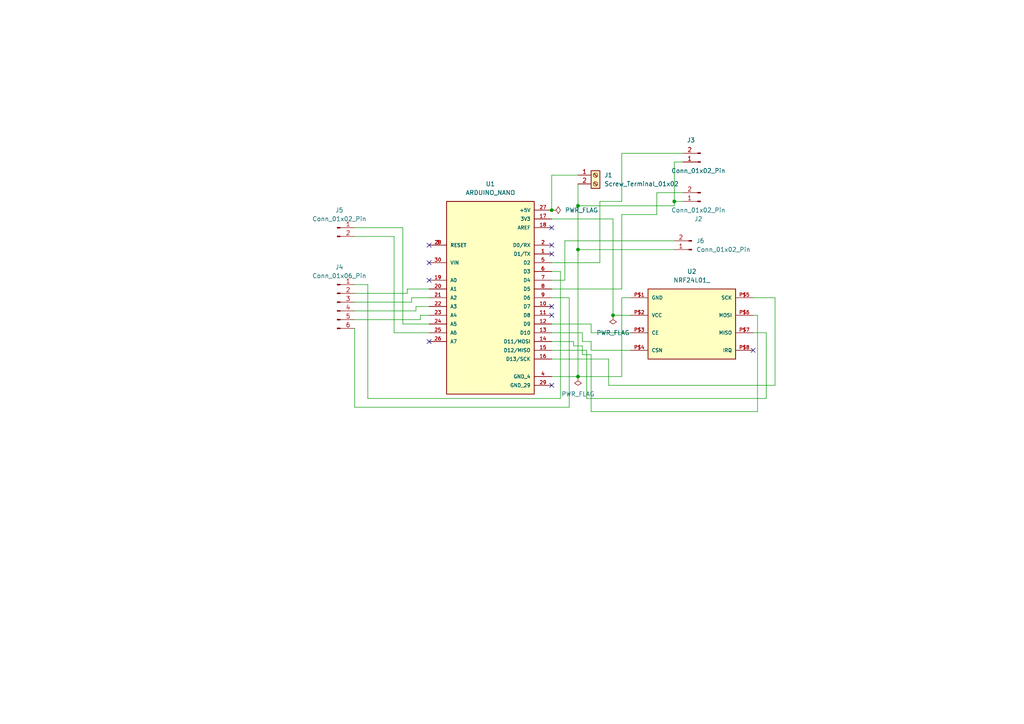
<source format=kicad_sch>
(kicad_sch
	(version 20231120)
	(generator "eeschema")
	(generator_version "8.0")
	(uuid "a05bda35-eaaf-4663-b383-64320f0104a8")
	(paper "A4")
	(lib_symbols
		(symbol "ARDUINO_NANO:ARDUINO_NANO"
			(pin_names
				(offset 1.016)
			)
			(exclude_from_sim no)
			(in_bom yes)
			(on_board yes)
			(property "Reference" "U"
				(at -12.7 28.448 0)
				(effects
					(font
						(size 1.27 1.27)
					)
					(justify left bottom)
				)
			)
			(property "Value" "ARDUINO_NANO"
				(at -12.7 -30.48 0)
				(effects
					(font
						(size 1.27 1.27)
					)
					(justify left bottom)
				)
			)
			(property "Footprint" "ARDUINO_NANO:MODULE_ARDUINO_NANO"
				(at 0 0 0)
				(effects
					(font
						(size 1.27 1.27)
					)
					(justify bottom)
					(hide yes)
				)
			)
			(property "Datasheet" ""
				(at 0 0 0)
				(effects
					(font
						(size 1.27 1.27)
					)
					(hide yes)
				)
			)
			(property "Description" ""
				(at 0 0 0)
				(effects
					(font
						(size 1.27 1.27)
					)
					(hide yes)
				)
			)
			(property "MF" "Arduino"
				(at 0 0 0)
				(effects
					(font
						(size 1.27 1.27)
					)
					(justify bottom)
					(hide yes)
				)
			)
			(property "Description_1" "\n                        \n                            Small, complete, and breadboard-friendly board based on the ATmega328 (Arduino Nano 3.x)\n                        \n"
				(at 0 0 0)
				(effects
					(font
						(size 1.27 1.27)
					)
					(justify bottom)
					(hide yes)
				)
			)
			(property "Package" "Non-Standard Arduino"
				(at 0 0 0)
				(effects
					(font
						(size 1.27 1.27)
					)
					(justify bottom)
					(hide yes)
				)
			)
			(property "Price" "None"
				(at 0 0 0)
				(effects
					(font
						(size 1.27 1.27)
					)
					(justify bottom)
					(hide yes)
				)
			)
			(property "Check_prices" "https://www.snapeda.com/parts/Arduino%20Nano/Arduino/view-part/?ref=eda"
				(at 0 0 0)
				(effects
					(font
						(size 1.27 1.27)
					)
					(justify bottom)
					(hide yes)
				)
			)
			(property "STANDARD" "Manufacturer Recommendations"
				(at 0 0 0)
				(effects
					(font
						(size 1.27 1.27)
					)
					(justify bottom)
					(hide yes)
				)
			)
			(property "PARTREV" "30/06/2021"
				(at 0 0 0)
				(effects
					(font
						(size 1.27 1.27)
					)
					(justify bottom)
					(hide yes)
				)
			)
			(property "SnapEDA_Link" "https://www.snapeda.com/parts/Arduino%20Nano/Arduino/view-part/?ref=snap"
				(at 0 0 0)
				(effects
					(font
						(size 1.27 1.27)
					)
					(justify bottom)
					(hide yes)
				)
			)
			(property "MP" "Arduino Nano"
				(at 0 0 0)
				(effects
					(font
						(size 1.27 1.27)
					)
					(justify bottom)
					(hide yes)
				)
			)
			(property "Availability" "Not in stock"
				(at 0 0 0)
				(effects
					(font
						(size 1.27 1.27)
					)
					(justify bottom)
					(hide yes)
				)
			)
			(property "MANUFACTURER" "ARDUINO"
				(at 0 0 0)
				(effects
					(font
						(size 1.27 1.27)
					)
					(justify bottom)
					(hide yes)
				)
			)
			(symbol "ARDUINO_NANO_0_0"
				(rectangle
					(start -12.7 -27.94)
					(end 12.7 27.94)
					(stroke
						(width 0.254)
						(type default)
					)
					(fill
						(type background)
					)
				)
				(pin bidirectional line
					(at 17.78 12.7 180)
					(length 5.08)
					(name "D1/TX"
						(effects
							(font
								(size 1.016 1.016)
							)
						)
					)
					(number "1"
						(effects
							(font
								(size 1.016 1.016)
							)
						)
					)
				)
				(pin bidirectional line
					(at 17.78 -2.54 180)
					(length 5.08)
					(name "D7"
						(effects
							(font
								(size 1.016 1.016)
							)
						)
					)
					(number "10"
						(effects
							(font
								(size 1.016 1.016)
							)
						)
					)
				)
				(pin bidirectional line
					(at 17.78 -5.08 180)
					(length 5.08)
					(name "D8"
						(effects
							(font
								(size 1.016 1.016)
							)
						)
					)
					(number "11"
						(effects
							(font
								(size 1.016 1.016)
							)
						)
					)
				)
				(pin bidirectional line
					(at 17.78 -7.62 180)
					(length 5.08)
					(name "D9"
						(effects
							(font
								(size 1.016 1.016)
							)
						)
					)
					(number "12"
						(effects
							(font
								(size 1.016 1.016)
							)
						)
					)
				)
				(pin bidirectional line
					(at 17.78 -10.16 180)
					(length 5.08)
					(name "D10"
						(effects
							(font
								(size 1.016 1.016)
							)
						)
					)
					(number "13"
						(effects
							(font
								(size 1.016 1.016)
							)
						)
					)
				)
				(pin bidirectional line
					(at 17.78 -12.7 180)
					(length 5.08)
					(name "D11/MOSI"
						(effects
							(font
								(size 1.016 1.016)
							)
						)
					)
					(number "14"
						(effects
							(font
								(size 1.016 1.016)
							)
						)
					)
				)
				(pin bidirectional line
					(at 17.78 -15.24 180)
					(length 5.08)
					(name "D12/MISO"
						(effects
							(font
								(size 1.016 1.016)
							)
						)
					)
					(number "15"
						(effects
							(font
								(size 1.016 1.016)
							)
						)
					)
				)
				(pin bidirectional line
					(at 17.78 -17.78 180)
					(length 5.08)
					(name "D13/SCK"
						(effects
							(font
								(size 1.016 1.016)
							)
						)
					)
					(number "16"
						(effects
							(font
								(size 1.016 1.016)
							)
						)
					)
				)
				(pin power_in line
					(at 17.78 22.86 180)
					(length 5.08)
					(name "3V3"
						(effects
							(font
								(size 1.016 1.016)
							)
						)
					)
					(number "17"
						(effects
							(font
								(size 1.016 1.016)
							)
						)
					)
				)
				(pin power_in line
					(at 17.78 20.32 180)
					(length 5.08)
					(name "AREF"
						(effects
							(font
								(size 1.016 1.016)
							)
						)
					)
					(number "18"
						(effects
							(font
								(size 1.016 1.016)
							)
						)
					)
				)
				(pin input line
					(at -17.78 5.08 0)
					(length 5.08)
					(name "A0"
						(effects
							(font
								(size 1.016 1.016)
							)
						)
					)
					(number "19"
						(effects
							(font
								(size 1.016 1.016)
							)
						)
					)
				)
				(pin bidirectional line
					(at 17.78 15.24 180)
					(length 5.08)
					(name "D0/RX"
						(effects
							(font
								(size 1.016 1.016)
							)
						)
					)
					(number "2"
						(effects
							(font
								(size 1.016 1.016)
							)
						)
					)
				)
				(pin input line
					(at -17.78 2.54 0)
					(length 5.08)
					(name "A1"
						(effects
							(font
								(size 1.016 1.016)
							)
						)
					)
					(number "20"
						(effects
							(font
								(size 1.016 1.016)
							)
						)
					)
				)
				(pin input line
					(at -17.78 0 0)
					(length 5.08)
					(name "A2"
						(effects
							(font
								(size 1.016 1.016)
							)
						)
					)
					(number "21"
						(effects
							(font
								(size 1.016 1.016)
							)
						)
					)
				)
				(pin input line
					(at -17.78 -2.54 0)
					(length 5.08)
					(name "A3"
						(effects
							(font
								(size 1.016 1.016)
							)
						)
					)
					(number "22"
						(effects
							(font
								(size 1.016 1.016)
							)
						)
					)
				)
				(pin input line
					(at -17.78 -5.08 0)
					(length 5.08)
					(name "A4"
						(effects
							(font
								(size 1.016 1.016)
							)
						)
					)
					(number "23"
						(effects
							(font
								(size 1.016 1.016)
							)
						)
					)
				)
				(pin input line
					(at -17.78 -7.62 0)
					(length 5.08)
					(name "A5"
						(effects
							(font
								(size 1.016 1.016)
							)
						)
					)
					(number "24"
						(effects
							(font
								(size 1.016 1.016)
							)
						)
					)
				)
				(pin input line
					(at -17.78 -10.16 0)
					(length 5.08)
					(name "A6"
						(effects
							(font
								(size 1.016 1.016)
							)
						)
					)
					(number "25"
						(effects
							(font
								(size 1.016 1.016)
							)
						)
					)
				)
				(pin input line
					(at -17.78 -12.7 0)
					(length 5.08)
					(name "A7"
						(effects
							(font
								(size 1.016 1.016)
							)
						)
					)
					(number "26"
						(effects
							(font
								(size 1.016 1.016)
							)
						)
					)
				)
				(pin power_in line
					(at 17.78 25.4 180)
					(length 5.08)
					(name "+5V"
						(effects
							(font
								(size 1.016 1.016)
							)
						)
					)
					(number "27"
						(effects
							(font
								(size 1.016 1.016)
							)
						)
					)
				)
				(pin input line
					(at -17.78 15.24 0)
					(length 5.08)
					(name "RESET"
						(effects
							(font
								(size 1.016 1.016)
							)
						)
					)
					(number "28"
						(effects
							(font
								(size 1.016 1.016)
							)
						)
					)
				)
				(pin power_in line
					(at 17.78 -25.4 180)
					(length 5.08)
					(name "GND_29"
						(effects
							(font
								(size 1.016 1.016)
							)
						)
					)
					(number "29"
						(effects
							(font
								(size 1.016 1.016)
							)
						)
					)
				)
				(pin input line
					(at -17.78 15.24 0)
					(length 5.08)
					(name "RESET"
						(effects
							(font
								(size 1.016 1.016)
							)
						)
					)
					(number "3"
						(effects
							(font
								(size 1.016 1.016)
							)
						)
					)
				)
				(pin input line
					(at -17.78 10.16 0)
					(length 5.08)
					(name "VIN"
						(effects
							(font
								(size 1.016 1.016)
							)
						)
					)
					(number "30"
						(effects
							(font
								(size 1.016 1.016)
							)
						)
					)
				)
				(pin power_in line
					(at 17.78 -22.86 180)
					(length 5.08)
					(name "GND_4"
						(effects
							(font
								(size 1.016 1.016)
							)
						)
					)
					(number "4"
						(effects
							(font
								(size 1.016 1.016)
							)
						)
					)
				)
				(pin bidirectional line
					(at 17.78 10.16 180)
					(length 5.08)
					(name "D2"
						(effects
							(font
								(size 1.016 1.016)
							)
						)
					)
					(number "5"
						(effects
							(font
								(size 1.016 1.016)
							)
						)
					)
				)
				(pin bidirectional line
					(at 17.78 7.62 180)
					(length 5.08)
					(name "D3"
						(effects
							(font
								(size 1.016 1.016)
							)
						)
					)
					(number "6"
						(effects
							(font
								(size 1.016 1.016)
							)
						)
					)
				)
				(pin bidirectional line
					(at 17.78 5.08 180)
					(length 5.08)
					(name "D4"
						(effects
							(font
								(size 1.016 1.016)
							)
						)
					)
					(number "7"
						(effects
							(font
								(size 1.016 1.016)
							)
						)
					)
				)
				(pin bidirectional line
					(at 17.78 2.54 180)
					(length 5.08)
					(name "D5"
						(effects
							(font
								(size 1.016 1.016)
							)
						)
					)
					(number "8"
						(effects
							(font
								(size 1.016 1.016)
							)
						)
					)
				)
				(pin bidirectional line
					(at 17.78 0 180)
					(length 5.08)
					(name "D6"
						(effects
							(font
								(size 1.016 1.016)
							)
						)
					)
					(number "9"
						(effects
							(font
								(size 1.016 1.016)
							)
						)
					)
				)
			)
		)
		(symbol "Connector:Conn_01x02_Pin"
			(pin_names
				(offset 1.016) hide)
			(exclude_from_sim no)
			(in_bom yes)
			(on_board yes)
			(property "Reference" "J"
				(at 0 2.54 0)
				(effects
					(font
						(size 1.27 1.27)
					)
				)
			)
			(property "Value" "Conn_01x02_Pin"
				(at 0 -5.08 0)
				(effects
					(font
						(size 1.27 1.27)
					)
				)
			)
			(property "Footprint" ""
				(at 0 0 0)
				(effects
					(font
						(size 1.27 1.27)
					)
					(hide yes)
				)
			)
			(property "Datasheet" "~"
				(at 0 0 0)
				(effects
					(font
						(size 1.27 1.27)
					)
					(hide yes)
				)
			)
			(property "Description" "Generic connector, single row, 01x02, script generated"
				(at 0 0 0)
				(effects
					(font
						(size 1.27 1.27)
					)
					(hide yes)
				)
			)
			(property "ki_locked" ""
				(at 0 0 0)
				(effects
					(font
						(size 1.27 1.27)
					)
				)
			)
			(property "ki_keywords" "connector"
				(at 0 0 0)
				(effects
					(font
						(size 1.27 1.27)
					)
					(hide yes)
				)
			)
			(property "ki_fp_filters" "Connector*:*_1x??_*"
				(at 0 0 0)
				(effects
					(font
						(size 1.27 1.27)
					)
					(hide yes)
				)
			)
			(symbol "Conn_01x02_Pin_1_1"
				(polyline
					(pts
						(xy 1.27 -2.54) (xy 0.8636 -2.54)
					)
					(stroke
						(width 0.1524)
						(type default)
					)
					(fill
						(type none)
					)
				)
				(polyline
					(pts
						(xy 1.27 0) (xy 0.8636 0)
					)
					(stroke
						(width 0.1524)
						(type default)
					)
					(fill
						(type none)
					)
				)
				(rectangle
					(start 0.8636 -2.413)
					(end 0 -2.667)
					(stroke
						(width 0.1524)
						(type default)
					)
					(fill
						(type outline)
					)
				)
				(rectangle
					(start 0.8636 0.127)
					(end 0 -0.127)
					(stroke
						(width 0.1524)
						(type default)
					)
					(fill
						(type outline)
					)
				)
				(pin passive line
					(at 5.08 0 180)
					(length 3.81)
					(name "Pin_1"
						(effects
							(font
								(size 1.27 1.27)
							)
						)
					)
					(number "1"
						(effects
							(font
								(size 1.27 1.27)
							)
						)
					)
				)
				(pin passive line
					(at 5.08 -2.54 180)
					(length 3.81)
					(name "Pin_2"
						(effects
							(font
								(size 1.27 1.27)
							)
						)
					)
					(number "2"
						(effects
							(font
								(size 1.27 1.27)
							)
						)
					)
				)
			)
		)
		(symbol "Connector:Conn_01x06_Pin"
			(pin_names
				(offset 1.016) hide)
			(exclude_from_sim no)
			(in_bom yes)
			(on_board yes)
			(property "Reference" "J"
				(at 0 7.62 0)
				(effects
					(font
						(size 1.27 1.27)
					)
				)
			)
			(property "Value" "Conn_01x06_Pin"
				(at 0 -10.16 0)
				(effects
					(font
						(size 1.27 1.27)
					)
				)
			)
			(property "Footprint" ""
				(at 0 0 0)
				(effects
					(font
						(size 1.27 1.27)
					)
					(hide yes)
				)
			)
			(property "Datasheet" "~"
				(at 0 0 0)
				(effects
					(font
						(size 1.27 1.27)
					)
					(hide yes)
				)
			)
			(property "Description" "Generic connector, single row, 01x06, script generated"
				(at 0 0 0)
				(effects
					(font
						(size 1.27 1.27)
					)
					(hide yes)
				)
			)
			(property "ki_locked" ""
				(at 0 0 0)
				(effects
					(font
						(size 1.27 1.27)
					)
				)
			)
			(property "ki_keywords" "connector"
				(at 0 0 0)
				(effects
					(font
						(size 1.27 1.27)
					)
					(hide yes)
				)
			)
			(property "ki_fp_filters" "Connector*:*_1x??_*"
				(at 0 0 0)
				(effects
					(font
						(size 1.27 1.27)
					)
					(hide yes)
				)
			)
			(symbol "Conn_01x06_Pin_1_1"
				(polyline
					(pts
						(xy 1.27 -7.62) (xy 0.8636 -7.62)
					)
					(stroke
						(width 0.1524)
						(type default)
					)
					(fill
						(type none)
					)
				)
				(polyline
					(pts
						(xy 1.27 -5.08) (xy 0.8636 -5.08)
					)
					(stroke
						(width 0.1524)
						(type default)
					)
					(fill
						(type none)
					)
				)
				(polyline
					(pts
						(xy 1.27 -2.54) (xy 0.8636 -2.54)
					)
					(stroke
						(width 0.1524)
						(type default)
					)
					(fill
						(type none)
					)
				)
				(polyline
					(pts
						(xy 1.27 0) (xy 0.8636 0)
					)
					(stroke
						(width 0.1524)
						(type default)
					)
					(fill
						(type none)
					)
				)
				(polyline
					(pts
						(xy 1.27 2.54) (xy 0.8636 2.54)
					)
					(stroke
						(width 0.1524)
						(type default)
					)
					(fill
						(type none)
					)
				)
				(polyline
					(pts
						(xy 1.27 5.08) (xy 0.8636 5.08)
					)
					(stroke
						(width 0.1524)
						(type default)
					)
					(fill
						(type none)
					)
				)
				(rectangle
					(start 0.8636 -7.493)
					(end 0 -7.747)
					(stroke
						(width 0.1524)
						(type default)
					)
					(fill
						(type outline)
					)
				)
				(rectangle
					(start 0.8636 -4.953)
					(end 0 -5.207)
					(stroke
						(width 0.1524)
						(type default)
					)
					(fill
						(type outline)
					)
				)
				(rectangle
					(start 0.8636 -2.413)
					(end 0 -2.667)
					(stroke
						(width 0.1524)
						(type default)
					)
					(fill
						(type outline)
					)
				)
				(rectangle
					(start 0.8636 0.127)
					(end 0 -0.127)
					(stroke
						(width 0.1524)
						(type default)
					)
					(fill
						(type outline)
					)
				)
				(rectangle
					(start 0.8636 2.667)
					(end 0 2.413)
					(stroke
						(width 0.1524)
						(type default)
					)
					(fill
						(type outline)
					)
				)
				(rectangle
					(start 0.8636 5.207)
					(end 0 4.953)
					(stroke
						(width 0.1524)
						(type default)
					)
					(fill
						(type outline)
					)
				)
				(pin passive line
					(at 5.08 5.08 180)
					(length 3.81)
					(name "Pin_1"
						(effects
							(font
								(size 1.27 1.27)
							)
						)
					)
					(number "1"
						(effects
							(font
								(size 1.27 1.27)
							)
						)
					)
				)
				(pin passive line
					(at 5.08 2.54 180)
					(length 3.81)
					(name "Pin_2"
						(effects
							(font
								(size 1.27 1.27)
							)
						)
					)
					(number "2"
						(effects
							(font
								(size 1.27 1.27)
							)
						)
					)
				)
				(pin passive line
					(at 5.08 0 180)
					(length 3.81)
					(name "Pin_3"
						(effects
							(font
								(size 1.27 1.27)
							)
						)
					)
					(number "3"
						(effects
							(font
								(size 1.27 1.27)
							)
						)
					)
				)
				(pin passive line
					(at 5.08 -2.54 180)
					(length 3.81)
					(name "Pin_4"
						(effects
							(font
								(size 1.27 1.27)
							)
						)
					)
					(number "4"
						(effects
							(font
								(size 1.27 1.27)
							)
						)
					)
				)
				(pin passive line
					(at 5.08 -5.08 180)
					(length 3.81)
					(name "Pin_5"
						(effects
							(font
								(size 1.27 1.27)
							)
						)
					)
					(number "5"
						(effects
							(font
								(size 1.27 1.27)
							)
						)
					)
				)
				(pin passive line
					(at 5.08 -7.62 180)
					(length 3.81)
					(name "Pin_6"
						(effects
							(font
								(size 1.27 1.27)
							)
						)
					)
					(number "6"
						(effects
							(font
								(size 1.27 1.27)
							)
						)
					)
				)
			)
		)
		(symbol "Connector:Screw_Terminal_01x02"
			(pin_names
				(offset 1.016) hide)
			(exclude_from_sim no)
			(in_bom yes)
			(on_board yes)
			(property "Reference" "J"
				(at 0 2.54 0)
				(effects
					(font
						(size 1.27 1.27)
					)
				)
			)
			(property "Value" "Screw_Terminal_01x02"
				(at 0 -5.08 0)
				(effects
					(font
						(size 1.27 1.27)
					)
				)
			)
			(property "Footprint" ""
				(at 0 0 0)
				(effects
					(font
						(size 1.27 1.27)
					)
					(hide yes)
				)
			)
			(property "Datasheet" "~"
				(at 0 0 0)
				(effects
					(font
						(size 1.27 1.27)
					)
					(hide yes)
				)
			)
			(property "Description" "Generic screw terminal, single row, 01x02, script generated (kicad-library-utils/schlib/autogen/connector/)"
				(at 0 0 0)
				(effects
					(font
						(size 1.27 1.27)
					)
					(hide yes)
				)
			)
			(property "ki_keywords" "screw terminal"
				(at 0 0 0)
				(effects
					(font
						(size 1.27 1.27)
					)
					(hide yes)
				)
			)
			(property "ki_fp_filters" "TerminalBlock*:*"
				(at 0 0 0)
				(effects
					(font
						(size 1.27 1.27)
					)
					(hide yes)
				)
			)
			(symbol "Screw_Terminal_01x02_1_1"
				(rectangle
					(start -1.27 1.27)
					(end 1.27 -3.81)
					(stroke
						(width 0.254)
						(type default)
					)
					(fill
						(type background)
					)
				)
				(circle
					(center 0 -2.54)
					(radius 0.635)
					(stroke
						(width 0.1524)
						(type default)
					)
					(fill
						(type none)
					)
				)
				(polyline
					(pts
						(xy -0.5334 -2.2098) (xy 0.3302 -3.048)
					)
					(stroke
						(width 0.1524)
						(type default)
					)
					(fill
						(type none)
					)
				)
				(polyline
					(pts
						(xy -0.5334 0.3302) (xy 0.3302 -0.508)
					)
					(stroke
						(width 0.1524)
						(type default)
					)
					(fill
						(type none)
					)
				)
				(polyline
					(pts
						(xy -0.3556 -2.032) (xy 0.508 -2.8702)
					)
					(stroke
						(width 0.1524)
						(type default)
					)
					(fill
						(type none)
					)
				)
				(polyline
					(pts
						(xy -0.3556 0.508) (xy 0.508 -0.3302)
					)
					(stroke
						(width 0.1524)
						(type default)
					)
					(fill
						(type none)
					)
				)
				(circle
					(center 0 0)
					(radius 0.635)
					(stroke
						(width 0.1524)
						(type default)
					)
					(fill
						(type none)
					)
				)
				(pin passive line
					(at -5.08 0 0)
					(length 3.81)
					(name "Pin_1"
						(effects
							(font
								(size 1.27 1.27)
							)
						)
					)
					(number "1"
						(effects
							(font
								(size 1.27 1.27)
							)
						)
					)
				)
				(pin passive line
					(at -5.08 -2.54 0)
					(length 3.81)
					(name "Pin_2"
						(effects
							(font
								(size 1.27 1.27)
							)
						)
					)
					(number "2"
						(effects
							(font
								(size 1.27 1.27)
							)
						)
					)
				)
			)
		)
		(symbol "NRF24L01_:NRF24L01_"
			(pin_names
				(offset 1.016)
			)
			(exclude_from_sim no)
			(in_bom yes)
			(on_board yes)
			(property "Reference" "U"
				(at -12.7179 12.7179 0)
				(effects
					(font
						(size 1.27 1.27)
					)
					(justify left bottom)
				)
			)
			(property "Value" "NRF24L01_"
				(at 0 0 0)
				(effects
					(font
						(size 1.27 1.27)
					)
					(justify bottom)
				)
			)
			(property "Footprint" "NRF24L01_:NRF24L01-PCB-AERIAL"
				(at 0 0 0)
				(effects
					(font
						(size 1.27 1.27)
					)
					(justify bottom)
					(hide yes)
				)
			)
			(property "Datasheet" ""
				(at 0 0 0)
				(effects
					(font
						(size 1.27 1.27)
					)
					(hide yes)
				)
			)
			(property "Description" ""
				(at 0 0 0)
				(effects
					(font
						(size 1.27 1.27)
					)
					(hide yes)
				)
			)
			(property "MF" "Nordic Semiconductor"
				(at 0 0 0)
				(effects
					(font
						(size 1.27 1.27)
					)
					(justify bottom)
					(hide yes)
				)
			)
			(property "Description_1" "\n                        \n                            IC RF TxRx Only General ISM > 1GHz  2.4GHz 20-VFQFN Exposed Pad\n                        \n"
				(at 0 0 0)
				(effects
					(font
						(size 1.27 1.27)
					)
					(justify bottom)
					(hide yes)
				)
			)
			(property "Package" "QFN-20 Nordic Semiconductor"
				(at 0 0 0)
				(effects
					(font
						(size 1.27 1.27)
					)
					(justify bottom)
					(hide yes)
				)
			)
			(property "Price" "None"
				(at 0 0 0)
				(effects
					(font
						(size 1.27 1.27)
					)
					(justify bottom)
					(hide yes)
				)
			)
			(property "SnapEDA_Link" "https://www.snapeda.com/parts/NRF24L01+/Nordic+Power/view-part/?ref=snap"
				(at 0 0 0)
				(effects
					(font
						(size 1.27 1.27)
					)
					(justify bottom)
					(hide yes)
				)
			)
			(property "MP" "NRF24L01+"
				(at 0 0 0)
				(effects
					(font
						(size 1.27 1.27)
					)
					(justify bottom)
					(hide yes)
				)
			)
			(property "Availability" "In Stock"
				(at 0 0 0)
				(effects
					(font
						(size 1.27 1.27)
					)
					(justify bottom)
					(hide yes)
				)
			)
			(property "Check_prices" "https://www.snapeda.com/parts/NRF24L01+/Nordic+Power/view-part/?ref=eda"
				(at 0 0 0)
				(effects
					(font
						(size 1.27 1.27)
					)
					(justify bottom)
					(hide yes)
				)
			)
			(symbol "NRF24L01__0_0"
				(rectangle
					(start -12.7 -10.16)
					(end 12.7 10.16)
					(stroke
						(width 0.254)
						(type default)
					)
					(fill
						(type background)
					)
				)
				(pin power_in line
					(at -17.78 7.62 0)
					(length 5.08)
					(name "GND"
						(effects
							(font
								(size 1.016 1.016)
							)
						)
					)
					(number "P$1"
						(effects
							(font
								(size 1.016 1.016)
							)
						)
					)
				)
				(pin power_in line
					(at -17.78 2.54 0)
					(length 5.08)
					(name "VCC"
						(effects
							(font
								(size 1.016 1.016)
							)
						)
					)
					(number "P$2"
						(effects
							(font
								(size 1.016 1.016)
							)
						)
					)
				)
				(pin bidirectional line
					(at -17.78 -2.54 0)
					(length 5.08)
					(name "CE"
						(effects
							(font
								(size 1.016 1.016)
							)
						)
					)
					(number "P$3"
						(effects
							(font
								(size 1.016 1.016)
							)
						)
					)
				)
				(pin bidirectional line
					(at -17.78 -7.62 0)
					(length 5.08)
					(name "CSN"
						(effects
							(font
								(size 1.016 1.016)
							)
						)
					)
					(number "P$4"
						(effects
							(font
								(size 1.016 1.016)
							)
						)
					)
				)
				(pin bidirectional line
					(at 17.78 7.62 180)
					(length 5.08)
					(name "SCK"
						(effects
							(font
								(size 1.016 1.016)
							)
						)
					)
					(number "P$5"
						(effects
							(font
								(size 1.016 1.016)
							)
						)
					)
				)
				(pin bidirectional line
					(at 17.78 2.54 180)
					(length 5.08)
					(name "MOSI"
						(effects
							(font
								(size 1.016 1.016)
							)
						)
					)
					(number "P$6"
						(effects
							(font
								(size 1.016 1.016)
							)
						)
					)
				)
				(pin bidirectional line
					(at 17.78 -2.54 180)
					(length 5.08)
					(name "MISO"
						(effects
							(font
								(size 1.016 1.016)
							)
						)
					)
					(number "P$7"
						(effects
							(font
								(size 1.016 1.016)
							)
						)
					)
				)
				(pin bidirectional line
					(at 17.78 -7.62 180)
					(length 5.08)
					(name "IRQ"
						(effects
							(font
								(size 1.016 1.016)
							)
						)
					)
					(number "P$8"
						(effects
							(font
								(size 1.016 1.016)
							)
						)
					)
				)
			)
		)
		(symbol "power:PWR_FLAG"
			(power)
			(pin_numbers hide)
			(pin_names
				(offset 0) hide)
			(exclude_from_sim no)
			(in_bom yes)
			(on_board yes)
			(property "Reference" "#FLG"
				(at 0 1.905 0)
				(effects
					(font
						(size 1.27 1.27)
					)
					(hide yes)
				)
			)
			(property "Value" "PWR_FLAG"
				(at 0 3.81 0)
				(effects
					(font
						(size 1.27 1.27)
					)
				)
			)
			(property "Footprint" ""
				(at 0 0 0)
				(effects
					(font
						(size 1.27 1.27)
					)
					(hide yes)
				)
			)
			(property "Datasheet" "~"
				(at 0 0 0)
				(effects
					(font
						(size 1.27 1.27)
					)
					(hide yes)
				)
			)
			(property "Description" "Special symbol for telling ERC where power comes from"
				(at 0 0 0)
				(effects
					(font
						(size 1.27 1.27)
					)
					(hide yes)
				)
			)
			(property "ki_keywords" "flag power"
				(at 0 0 0)
				(effects
					(font
						(size 1.27 1.27)
					)
					(hide yes)
				)
			)
			(symbol "PWR_FLAG_0_0"
				(pin power_out line
					(at 0 0 90)
					(length 0)
					(name "~"
						(effects
							(font
								(size 1.27 1.27)
							)
						)
					)
					(number "1"
						(effects
							(font
								(size 1.27 1.27)
							)
						)
					)
				)
			)
			(symbol "PWR_FLAG_0_1"
				(polyline
					(pts
						(xy 0 0) (xy 0 1.27) (xy -1.016 1.905) (xy 0 2.54) (xy 1.016 1.905) (xy 0 1.27)
					)
					(stroke
						(width 0)
						(type default)
					)
					(fill
						(type none)
					)
				)
			)
		)
	)
	(junction
		(at 167.64 59.69)
		(diameter 0)
		(color 0 0 0 0)
		(uuid "30bbfcba-9c99-46a4-9a19-7a91789a95be")
	)
	(junction
		(at 177.8 91.44)
		(diameter 0)
		(color 0 0 0 0)
		(uuid "329ca0dc-aaea-4130-a2a1-4322803a4688")
	)
	(junction
		(at 167.64 72.39)
		(diameter 0)
		(color 0 0 0 0)
		(uuid "36d6f927-b434-4a49-b1c6-983cf09d186f")
	)
	(junction
		(at 195.58 58.42)
		(diameter 0)
		(color 0 0 0 0)
		(uuid "59040db1-e815-4b7e-a1e6-507a3c0b383f")
	)
	(junction
		(at 160.02 60.96)
		(diameter 0)
		(color 0 0 0 0)
		(uuid "810d3a76-79fe-4ad6-a811-1d992c9dab49")
	)
	(junction
		(at 167.64 109.22)
		(diameter 0)
		(color 0 0 0 0)
		(uuid "f2d48c58-cf01-4728-a316-4fe4715143ce")
	)
	(no_connect
		(at 160.02 91.44)
		(uuid "09693eef-7cb8-43f1-bac7-3748774098b1")
	)
	(no_connect
		(at 160.02 73.66)
		(uuid "10a3930c-b9ae-4b23-a68b-68febc156a78")
	)
	(no_connect
		(at 124.46 71.12)
		(uuid "1752a1f1-2dbf-4901-9130-b24a348f92c6")
	)
	(no_connect
		(at 160.02 88.9)
		(uuid "1e455bb3-60b4-40ee-b423-32f5b0522d88")
	)
	(no_connect
		(at 160.02 71.12)
		(uuid "24b4baf2-7b41-4072-8494-3c81cdbb3fc5")
	)
	(no_connect
		(at 160.02 111.76)
		(uuid "33d8abe1-f183-4996-9b9f-b38e7e932330")
	)
	(no_connect
		(at 124.46 81.28)
		(uuid "46dfdd91-678e-4815-9915-9786725da032")
	)
	(no_connect
		(at 124.46 99.06)
		(uuid "54df5014-e148-473f-b530-eb6c1803c70b")
	)
	(no_connect
		(at 218.44 101.6)
		(uuid "5844f59f-1e89-4678-a431-9a2b56b3b4ce")
	)
	(no_connect
		(at 124.46 76.2)
		(uuid "58e5af66-45ac-475a-a778-85d36e7dd626")
	)
	(no_connect
		(at 160.02 66.04)
		(uuid "f34a08bb-9b20-490b-8f05-f660a5ddf50a")
	)
	(wire
		(pts
			(xy 160.02 86.36) (xy 165.1 86.36)
		)
		(stroke
			(width 0)
			(type default)
		)
		(uuid "0071b306-207e-4013-9095-9c2a5d6ce0dd")
	)
	(wire
		(pts
			(xy 195.58 58.42) (xy 195.58 59.69)
		)
		(stroke
			(width 0)
			(type default)
		)
		(uuid "00e1f47c-84b9-40b5-98ac-ce19524de4c7")
	)
	(wire
		(pts
			(xy 124.46 93.98) (xy 116.84 93.98)
		)
		(stroke
			(width 0)
			(type default)
		)
		(uuid "028ad3ac-b621-4a83-ab84-43084a5e8a15")
	)
	(wire
		(pts
			(xy 118.11 83.82) (xy 124.46 83.82)
		)
		(stroke
			(width 0)
			(type default)
		)
		(uuid "0bde5111-a9df-413e-9aab-749d63190701")
	)
	(wire
		(pts
			(xy 102.87 85.09) (xy 118.11 85.09)
		)
		(stroke
			(width 0)
			(type default)
		)
		(uuid "0df8594c-d4a8-4b7d-927b-27c26cfcb008")
	)
	(wire
		(pts
			(xy 121.92 92.71) (xy 121.92 91.44)
		)
		(stroke
			(width 0)
			(type default)
		)
		(uuid "0e71414b-4c26-4f3e-bccd-c4f9b2c8cf09")
	)
	(wire
		(pts
			(xy 195.58 46.99) (xy 195.58 58.42)
		)
		(stroke
			(width 0)
			(type default)
		)
		(uuid "0ea66053-2500-411d-89bf-6fb7459825ea")
	)
	(wire
		(pts
			(xy 173.99 58.42) (xy 180.34 58.42)
		)
		(stroke
			(width 0)
			(type default)
		)
		(uuid "1103c9c3-c241-4633-bdde-0b7b9805c852")
	)
	(wire
		(pts
			(xy 195.58 58.42) (xy 198.12 58.42)
		)
		(stroke
			(width 0)
			(type default)
		)
		(uuid "1342c576-6740-4135-be5f-7418bab91fa8")
	)
	(wire
		(pts
			(xy 162.56 78.74) (xy 162.56 115.57)
		)
		(stroke
			(width 0)
			(type default)
		)
		(uuid "155b1f5d-c101-4fcd-9c9c-8a8ce3e8a92c")
	)
	(wire
		(pts
			(xy 224.79 111.76) (xy 224.79 86.36)
		)
		(stroke
			(width 0)
			(type default)
		)
		(uuid "165e334b-bb0e-4fc9-91bf-12b3ad508ca5")
	)
	(wire
		(pts
			(xy 171.45 99.06) (xy 168.91 99.06)
		)
		(stroke
			(width 0)
			(type default)
		)
		(uuid "16a1e4fa-a5c3-4342-af05-42d56eea8fbd")
	)
	(wire
		(pts
			(xy 180.34 83.82) (xy 180.34 62.23)
		)
		(stroke
			(width 0)
			(type default)
		)
		(uuid "175f8260-b72a-4ffe-909e-5a2c9cd70d39")
	)
	(wire
		(pts
			(xy 222.25 96.52) (xy 222.25 115.57)
		)
		(stroke
			(width 0)
			(type default)
		)
		(uuid "19cc0585-5219-402d-9b91-dcbc8269f770")
	)
	(wire
		(pts
			(xy 171.45 101.6) (xy 171.45 99.06)
		)
		(stroke
			(width 0)
			(type default)
		)
		(uuid "1a216419-e08d-4eb9-9e7f-157fd422e452")
	)
	(wire
		(pts
			(xy 180.34 86.36) (xy 180.34 109.22)
		)
		(stroke
			(width 0)
			(type default)
		)
		(uuid "1bc702d4-0315-4af3-82df-cbb98be86773")
	)
	(wire
		(pts
			(xy 171.45 119.38) (xy 171.45 102.87)
		)
		(stroke
			(width 0)
			(type default)
		)
		(uuid "27589461-b29a-4e30-9d9f-a715be96e5d5")
	)
	(wire
		(pts
			(xy 168.91 102.87) (xy 168.91 100.33)
		)
		(stroke
			(width 0)
			(type default)
		)
		(uuid "27793dc2-8250-4635-b96e-9a7026c70e0c")
	)
	(wire
		(pts
			(xy 176.53 111.76) (xy 224.79 111.76)
		)
		(stroke
			(width 0)
			(type default)
		)
		(uuid "2a2a8e85-687e-4426-96c5-6b4baaa1f3bf")
	)
	(wire
		(pts
			(xy 167.64 50.8) (xy 160.02 50.8)
		)
		(stroke
			(width 0)
			(type default)
		)
		(uuid "2c581dc1-b51e-4f0f-86ed-5a46f4828e0e")
	)
	(wire
		(pts
			(xy 119.38 86.36) (xy 124.46 86.36)
		)
		(stroke
			(width 0)
			(type default)
		)
		(uuid "2fcb2405-114f-4813-a2b7-fe23b303065b")
	)
	(wire
		(pts
			(xy 167.64 59.69) (xy 167.64 72.39)
		)
		(stroke
			(width 0)
			(type default)
		)
		(uuid "31e4d305-984d-49ed-ae9f-eaf3f59f0937")
	)
	(wire
		(pts
			(xy 182.88 86.36) (xy 180.34 86.36)
		)
		(stroke
			(width 0)
			(type default)
		)
		(uuid "3231b1fd-fa06-4100-b1bd-e8ece1d0c584")
	)
	(wire
		(pts
			(xy 167.64 109.22) (xy 180.34 109.22)
		)
		(stroke
			(width 0)
			(type default)
		)
		(uuid "3c2f70c3-b381-482f-8133-bdedb0da73f8")
	)
	(wire
		(pts
			(xy 165.1 86.36) (xy 165.1 118.11)
		)
		(stroke
			(width 0)
			(type default)
		)
		(uuid "3f535db4-c160-4cd0-9c3a-0a11dc66a975")
	)
	(wire
		(pts
			(xy 167.64 72.39) (xy 167.64 109.22)
		)
		(stroke
			(width 0)
			(type default)
		)
		(uuid "4085ccb0-bbcb-4ab2-a8dc-6ee8960d6e90")
	)
	(wire
		(pts
			(xy 171.45 96.52) (xy 171.45 93.98)
		)
		(stroke
			(width 0)
			(type default)
		)
		(uuid "4483ebc7-29f9-4592-b79d-ae4aa54b32e2")
	)
	(wire
		(pts
			(xy 116.84 93.98) (xy 116.84 66.04)
		)
		(stroke
			(width 0)
			(type default)
		)
		(uuid "450590f8-a65c-4b8c-a0a0-29b054f7e0bb")
	)
	(wire
		(pts
			(xy 167.64 59.69) (xy 195.58 59.69)
		)
		(stroke
			(width 0)
			(type default)
		)
		(uuid "489514a1-8747-4a1f-8b99-ead9b539f77d")
	)
	(wire
		(pts
			(xy 168.91 100.33) (xy 166.37 100.33)
		)
		(stroke
			(width 0)
			(type default)
		)
		(uuid "4ded5f8f-2e6a-4439-a59a-365f44bc0b90")
	)
	(wire
		(pts
			(xy 160.02 104.14) (xy 176.53 104.14)
		)
		(stroke
			(width 0)
			(type default)
		)
		(uuid "52927f09-0770-4f0b-820f-8e30f6715ee9")
	)
	(wire
		(pts
			(xy 121.92 91.44) (xy 124.46 91.44)
		)
		(stroke
			(width 0)
			(type default)
		)
		(uuid "534aac81-4397-4479-8c7e-002e5298367a")
	)
	(wire
		(pts
			(xy 222.25 115.57) (xy 170.18 115.57)
		)
		(stroke
			(width 0)
			(type default)
		)
		(uuid "56fcab1d-7691-4c2b-8ee6-33bd53147128")
	)
	(wire
		(pts
			(xy 160.02 109.22) (xy 167.64 109.22)
		)
		(stroke
			(width 0)
			(type default)
		)
		(uuid "590b3af0-4f79-4848-9742-ddf41ec38dc7")
	)
	(wire
		(pts
			(xy 106.68 82.55) (xy 106.68 115.57)
		)
		(stroke
			(width 0)
			(type default)
		)
		(uuid "64f94420-5b17-4b94-b2f3-caf14cc0408f")
	)
	(wire
		(pts
			(xy 114.3 68.58) (xy 114.3 96.52)
		)
		(stroke
			(width 0)
			(type default)
		)
		(uuid "65936cff-668b-4bff-ab7d-bccce26fa3df")
	)
	(wire
		(pts
			(xy 176.53 104.14) (xy 176.53 111.76)
		)
		(stroke
			(width 0)
			(type default)
		)
		(uuid "67a0796f-a736-4366-904e-1178fdc2c63f")
	)
	(wire
		(pts
			(xy 180.34 62.23) (xy 190.5 62.23)
		)
		(stroke
			(width 0)
			(type default)
		)
		(uuid "69dabb6e-9e31-4896-a3f5-543bd39ce37a")
	)
	(wire
		(pts
			(xy 167.64 72.39) (xy 195.58 72.39)
		)
		(stroke
			(width 0)
			(type default)
		)
		(uuid "6e69f297-9823-4bca-8264-21c2ab70c8df")
	)
	(wire
		(pts
			(xy 190.5 55.88) (xy 198.12 55.88)
		)
		(stroke
			(width 0)
			(type default)
		)
		(uuid "6fa45828-d032-413f-9788-9002df513eab")
	)
	(wire
		(pts
			(xy 102.87 68.58) (xy 114.3 68.58)
		)
		(stroke
			(width 0)
			(type default)
		)
		(uuid "72df852c-ec64-43fd-8ae4-8784c1d16956")
	)
	(wire
		(pts
			(xy 219.71 119.38) (xy 171.45 119.38)
		)
		(stroke
			(width 0)
			(type default)
		)
		(uuid "73ff562c-dd57-41ff-9e96-1bbd382f2859")
	)
	(wire
		(pts
			(xy 160.02 76.2) (xy 173.99 76.2)
		)
		(stroke
			(width 0)
			(type default)
		)
		(uuid "7a7ddf47-7f55-4611-b421-a883fbaf27a8")
	)
	(wire
		(pts
			(xy 118.11 85.09) (xy 118.11 83.82)
		)
		(stroke
			(width 0)
			(type default)
		)
		(uuid "80ee0935-111f-4739-ab9e-750f4b1f6906")
	)
	(wire
		(pts
			(xy 182.88 96.52) (xy 171.45 96.52)
		)
		(stroke
			(width 0)
			(type default)
		)
		(uuid "82387fd9-8f96-4e74-b870-8143bd32612a")
	)
	(wire
		(pts
			(xy 116.84 66.04) (xy 102.87 66.04)
		)
		(stroke
			(width 0)
			(type default)
		)
		(uuid "8318f817-db44-40a3-80aa-d20a934181ba")
	)
	(wire
		(pts
			(xy 219.71 91.44) (xy 219.71 119.38)
		)
		(stroke
			(width 0)
			(type default)
		)
		(uuid "85173880-c64a-44c8-8f78-68894fcc8ee3")
	)
	(wire
		(pts
			(xy 171.45 102.87) (xy 168.91 102.87)
		)
		(stroke
			(width 0)
			(type default)
		)
		(uuid "86297782-98eb-4b2a-8fb3-caacc88d6d36")
	)
	(wire
		(pts
			(xy 173.99 76.2) (xy 173.99 58.42)
		)
		(stroke
			(width 0)
			(type default)
		)
		(uuid "87991413-b98c-4bb6-bf7f-fab2d4a38403")
	)
	(wire
		(pts
			(xy 160.02 83.82) (xy 180.34 83.82)
		)
		(stroke
			(width 0)
			(type default)
		)
		(uuid "8f310a7a-ab6d-41fc-ad1b-87853e5313d9")
	)
	(wire
		(pts
			(xy 182.88 91.44) (xy 177.8 91.44)
		)
		(stroke
			(width 0)
			(type default)
		)
		(uuid "8fea1edf-6048-4313-9cad-9a6bff7b740c")
	)
	(wire
		(pts
			(xy 106.68 115.57) (xy 162.56 115.57)
		)
		(stroke
			(width 0)
			(type default)
		)
		(uuid "907075d0-f765-4f97-8971-29a132c1e768")
	)
	(wire
		(pts
			(xy 218.44 91.44) (xy 219.71 91.44)
		)
		(stroke
			(width 0)
			(type default)
		)
		(uuid "977769a1-af6c-4774-bebd-130b5ac78412")
	)
	(wire
		(pts
			(xy 166.37 100.33) (xy 166.37 99.06)
		)
		(stroke
			(width 0)
			(type default)
		)
		(uuid "9806f871-b821-440d-b907-afbe9c43dbc3")
	)
	(wire
		(pts
			(xy 198.12 46.99) (xy 195.58 46.99)
		)
		(stroke
			(width 0)
			(type default)
		)
		(uuid "98a44628-6de1-4bd3-a009-1aa9235bb32e")
	)
	(wire
		(pts
			(xy 162.56 78.74) (xy 160.02 78.74)
		)
		(stroke
			(width 0)
			(type default)
		)
		(uuid "9a3aec89-784e-4d6c-8663-f292d2441651")
	)
	(wire
		(pts
			(xy 180.34 44.45) (xy 198.12 44.45)
		)
		(stroke
			(width 0)
			(type default)
		)
		(uuid "9ee624f6-c1ff-4a11-b00b-870adb683de8")
	)
	(wire
		(pts
			(xy 177.8 91.44) (xy 177.8 63.5)
		)
		(stroke
			(width 0)
			(type default)
		)
		(uuid "a176f28e-46e4-4a10-8b58-50409f39defd")
	)
	(wire
		(pts
			(xy 124.46 88.9) (xy 120.65 88.9)
		)
		(stroke
			(width 0)
			(type default)
		)
		(uuid "a64f5b96-b64f-434d-bcde-0b4c71db7a99")
	)
	(wire
		(pts
			(xy 195.58 69.85) (xy 163.83 69.85)
		)
		(stroke
			(width 0)
			(type default)
		)
		(uuid "a70cb1c7-c954-4ecc-9a54-afe3f9c06a6f")
	)
	(wire
		(pts
			(xy 102.87 90.17) (xy 120.65 90.17)
		)
		(stroke
			(width 0)
			(type default)
		)
		(uuid "a7eae307-ebab-4dc9-8300-b35050fd128c")
	)
	(wire
		(pts
			(xy 166.37 99.06) (xy 160.02 99.06)
		)
		(stroke
			(width 0)
			(type default)
		)
		(uuid "aa8d5c07-95da-43c1-a709-58aa5ad909b6")
	)
	(wire
		(pts
			(xy 167.64 53.34) (xy 167.64 59.69)
		)
		(stroke
			(width 0)
			(type default)
		)
		(uuid "ad49781c-01cf-4f0e-a115-0c363cefe5f4")
	)
	(wire
		(pts
			(xy 102.87 95.25) (xy 102.87 118.11)
		)
		(stroke
			(width 0)
			(type default)
		)
		(uuid "ae527700-b41f-4ce2-8378-b1a43ddbbdba")
	)
	(wire
		(pts
			(xy 160.02 50.8) (xy 160.02 60.96)
		)
		(stroke
			(width 0)
			(type default)
		)
		(uuid "aecab215-fc3c-4495-a807-742bf9d0da30")
	)
	(wire
		(pts
			(xy 168.91 96.52) (xy 160.02 96.52)
		)
		(stroke
			(width 0)
			(type default)
		)
		(uuid "aee12e2b-4d98-4a19-8d47-6e4b9b774ec9")
	)
	(wire
		(pts
			(xy 170.18 101.6) (xy 160.02 101.6)
		)
		(stroke
			(width 0)
			(type default)
		)
		(uuid "af273f8b-24c6-428e-b7d2-f37a3b754de4")
	)
	(wire
		(pts
			(xy 168.91 99.06) (xy 168.91 96.52)
		)
		(stroke
			(width 0)
			(type default)
		)
		(uuid "af660fb0-9a3a-451a-a11a-4e3a21b9d911")
	)
	(wire
		(pts
			(xy 171.45 93.98) (xy 160.02 93.98)
		)
		(stroke
			(width 0)
			(type default)
		)
		(uuid "b1a4775e-53c8-44b2-b58f-1517126b9d17")
	)
	(wire
		(pts
			(xy 102.87 118.11) (xy 165.1 118.11)
		)
		(stroke
			(width 0)
			(type default)
		)
		(uuid "ba39ebaa-37e3-44a3-9ced-1443fbde900a")
	)
	(wire
		(pts
			(xy 102.87 82.55) (xy 106.68 82.55)
		)
		(stroke
			(width 0)
			(type default)
		)
		(uuid "c25c6a14-8c97-441d-a48e-7ac81d9b9f21")
	)
	(wire
		(pts
			(xy 119.38 87.63) (xy 119.38 86.36)
		)
		(stroke
			(width 0)
			(type default)
		)
		(uuid "c55b8045-80e8-4ec1-a2ce-6d907ec974ba")
	)
	(wire
		(pts
			(xy 163.83 81.28) (xy 160.02 81.28)
		)
		(stroke
			(width 0)
			(type default)
		)
		(uuid "c6c2e87b-1ff4-4246-8072-c9e14f28204d")
	)
	(wire
		(pts
			(xy 102.87 87.63) (xy 119.38 87.63)
		)
		(stroke
			(width 0)
			(type default)
		)
		(uuid "c78710bd-6dd4-4931-9ea9-3e860f1543f3")
	)
	(wire
		(pts
			(xy 120.65 88.9) (xy 120.65 90.17)
		)
		(stroke
			(width 0)
			(type default)
		)
		(uuid "ca0eab29-6107-42b8-bff0-12d2110597b9")
	)
	(wire
		(pts
			(xy 218.44 96.52) (xy 222.25 96.52)
		)
		(stroke
			(width 0)
			(type default)
		)
		(uuid "ce0abcd6-08af-4bed-bac3-60ce1dd0423b")
	)
	(wire
		(pts
			(xy 190.5 62.23) (xy 190.5 55.88)
		)
		(stroke
			(width 0)
			(type default)
		)
		(uuid "d49b372c-afb4-4b84-937e-9ed1eb19b896")
	)
	(wire
		(pts
			(xy 102.87 92.71) (xy 121.92 92.71)
		)
		(stroke
			(width 0)
			(type default)
		)
		(uuid "d8341eac-b56c-4682-97e1-d9865344c262")
	)
	(wire
		(pts
			(xy 177.8 63.5) (xy 160.02 63.5)
		)
		(stroke
			(width 0)
			(type default)
		)
		(uuid "e4c7e852-8b34-4791-bded-6620718011d1")
	)
	(wire
		(pts
			(xy 180.34 58.42) (xy 180.34 44.45)
		)
		(stroke
			(width 0)
			(type default)
		)
		(uuid "e6825bc9-ce6c-43f9-aee3-537b2625de3e")
	)
	(wire
		(pts
			(xy 224.79 86.36) (xy 218.44 86.36)
		)
		(stroke
			(width 0)
			(type default)
		)
		(uuid "e869c670-3aff-47f8-abcc-69790ecf4b98")
	)
	(wire
		(pts
			(xy 163.83 69.85) (xy 163.83 81.28)
		)
		(stroke
			(width 0)
			(type default)
		)
		(uuid "eddfdd71-f1f8-4661-9eb8-b9c5db27b6b2")
	)
	(wire
		(pts
			(xy 170.18 115.57) (xy 170.18 101.6)
		)
		(stroke
			(width 0)
			(type default)
		)
		(uuid "ef4ec58b-ec9e-449a-ab48-0c00f6bcd9a8")
	)
	(wire
		(pts
			(xy 182.88 101.6) (xy 171.45 101.6)
		)
		(stroke
			(width 0)
			(type default)
		)
		(uuid "fa234633-9a39-4170-b586-104463efbdaf")
	)
	(wire
		(pts
			(xy 114.3 96.52) (xy 124.46 96.52)
		)
		(stroke
			(width 0)
			(type default)
		)
		(uuid "fb248c8a-a47b-4484-8d93-8225bee8e1fc")
	)
	(symbol
		(lib_id "Connector:Conn_01x02_Pin")
		(at 203.2 58.42 180)
		(unit 1)
		(exclude_from_sim no)
		(in_bom yes)
		(on_board yes)
		(dnp no)
		(fields_autoplaced yes)
		(uuid "68872760-5735-4b14-8953-6340bb16e748")
		(property "Reference" "J2"
			(at 202.565 63.5 0)
			(effects
				(font
					(size 1.27 1.27)
				)
			)
		)
		(property "Value" "Conn_01x02_Pin"
			(at 202.565 60.96 0)
			(effects
				(font
					(size 1.27 1.27)
				)
			)
		)
		(property "Footprint" "Connector_PinHeader_2.54mm:PinHeader_1x02_P2.54mm_Vertical"
			(at 203.2 58.42 0)
			(effects
				(font
					(size 1.27 1.27)
				)
				(hide yes)
			)
		)
		(property "Datasheet" "~"
			(at 203.2 58.42 0)
			(effects
				(font
					(size 1.27 1.27)
				)
				(hide yes)
			)
		)
		(property "Description" "Generic connector, single row, 01x02, script generated"
			(at 203.2 58.42 0)
			(effects
				(font
					(size 1.27 1.27)
				)
				(hide yes)
			)
		)
		(pin "1"
			(uuid "e94d422f-f667-442c-b281-a8c69a21cdd2")
		)
		(pin "2"
			(uuid "db93598f-fc2f-4943-83d7-34b8a198bc2d")
		)
		(instances
			(project "Forklift_Reciever"
				(path "/a05bda35-eaaf-4663-b383-64320f0104a8"
					(reference "J2")
					(unit 1)
				)
			)
		)
	)
	(symbol
		(lib_id "Connector:Conn_01x02_Pin")
		(at 203.2 46.99 180)
		(unit 1)
		(exclude_from_sim no)
		(in_bom yes)
		(on_board yes)
		(dnp no)
		(uuid "6941856a-31e1-4ca8-8f68-d812fe85ee78")
		(property "Reference" "J3"
			(at 200.406 40.64 0)
			(effects
				(font
					(size 1.27 1.27)
				)
			)
		)
		(property "Value" "Conn_01x02_Pin"
			(at 202.565 49.53 0)
			(effects
				(font
					(size 1.27 1.27)
				)
			)
		)
		(property "Footprint" "Connector_PinHeader_2.54mm:PinHeader_1x02_P2.54mm_Vertical"
			(at 203.2 46.99 0)
			(effects
				(font
					(size 1.27 1.27)
				)
				(hide yes)
			)
		)
		(property "Datasheet" "~"
			(at 203.2 46.99 0)
			(effects
				(font
					(size 1.27 1.27)
				)
				(hide yes)
			)
		)
		(property "Description" "Generic connector, single row, 01x02, script generated"
			(at 203.2 46.99 0)
			(effects
				(font
					(size 1.27 1.27)
				)
				(hide yes)
			)
		)
		(pin "1"
			(uuid "34b33aa3-3489-4ec2-a506-79b7da9156d0")
		)
		(pin "2"
			(uuid "f8ee902b-dc4a-44ff-bef6-d09e9d4a8a4b")
		)
		(instances
			(project "Forklift_Reciever"
				(path "/a05bda35-eaaf-4663-b383-64320f0104a8"
					(reference "J3")
					(unit 1)
				)
			)
		)
	)
	(symbol
		(lib_id "Connector:Conn_01x02_Pin")
		(at 200.66 72.39 180)
		(unit 1)
		(exclude_from_sim no)
		(in_bom yes)
		(on_board yes)
		(dnp no)
		(fields_autoplaced yes)
		(uuid "7ffc818e-e993-4411-b165-4a82ac9624f4")
		(property "Reference" "J6"
			(at 201.93 69.8499 0)
			(effects
				(font
					(size 1.27 1.27)
				)
				(justify right)
			)
		)
		(property "Value" "Conn_01x02_Pin"
			(at 201.93 72.3899 0)
			(effects
				(font
					(size 1.27 1.27)
				)
				(justify right)
			)
		)
		(property "Footprint" "Connector_PinHeader_2.54mm:PinHeader_1x02_P2.54mm_Vertical"
			(at 200.66 72.39 0)
			(effects
				(font
					(size 1.27 1.27)
				)
				(hide yes)
			)
		)
		(property "Datasheet" "~"
			(at 200.66 72.39 0)
			(effects
				(font
					(size 1.27 1.27)
				)
				(hide yes)
			)
		)
		(property "Description" "Generic connector, single row, 01x02, script generated"
			(at 200.66 72.39 0)
			(effects
				(font
					(size 1.27 1.27)
				)
				(hide yes)
			)
		)
		(pin "2"
			(uuid "79c8c5b2-7a85-4911-8bcd-d5d27759090f")
		)
		(pin "1"
			(uuid "88eaa8c8-4e55-4bfb-8e45-df9856d7358e")
		)
		(instances
			(project "Forklift_Reciever"
				(path "/a05bda35-eaaf-4663-b383-64320f0104a8"
					(reference "J6")
					(unit 1)
				)
			)
		)
	)
	(symbol
		(lib_id "power:PWR_FLAG")
		(at 177.8 91.44 180)
		(unit 1)
		(exclude_from_sim no)
		(in_bom yes)
		(on_board yes)
		(dnp no)
		(fields_autoplaced yes)
		(uuid "987e80e7-563c-4ce5-9016-5050661ccddf")
		(property "Reference" "#FLG02"
			(at 177.8 93.345 0)
			(effects
				(font
					(size 1.27 1.27)
				)
				(hide yes)
			)
		)
		(property "Value" "PWR_FLAG"
			(at 177.8 96.52 0)
			(effects
				(font
					(size 1.27 1.27)
				)
			)
		)
		(property "Footprint" ""
			(at 177.8 91.44 0)
			(effects
				(font
					(size 1.27 1.27)
				)
				(hide yes)
			)
		)
		(property "Datasheet" "~"
			(at 177.8 91.44 0)
			(effects
				(font
					(size 1.27 1.27)
				)
				(hide yes)
			)
		)
		(property "Description" "Special symbol for telling ERC where power comes from"
			(at 177.8 91.44 0)
			(effects
				(font
					(size 1.27 1.27)
				)
				(hide yes)
			)
		)
		(pin "1"
			(uuid "44a38f36-facf-4c39-be02-8b498701d1bf")
		)
		(instances
			(project "Forklift_Reciever"
				(path "/a05bda35-eaaf-4663-b383-64320f0104a8"
					(reference "#FLG02")
					(unit 1)
				)
			)
		)
	)
	(symbol
		(lib_id "NRF24L01_:NRF24L01_")
		(at 200.66 93.98 0)
		(unit 1)
		(exclude_from_sim no)
		(in_bom yes)
		(on_board yes)
		(dnp no)
		(fields_autoplaced yes)
		(uuid "9d3854c2-30df-4901-aea7-43da42f4415c")
		(property "Reference" "U2"
			(at 200.66 78.74 0)
			(effects
				(font
					(size 1.27 1.27)
				)
			)
		)
		(property "Value" "NRF24L01_"
			(at 200.66 81.28 0)
			(effects
				(font
					(size 1.27 1.27)
				)
			)
		)
		(property "Footprint" "NRF24L01_:NRF24L01-PCB-AERIAL"
			(at 200.66 93.98 0)
			(effects
				(font
					(size 1.27 1.27)
				)
				(justify bottom)
				(hide yes)
			)
		)
		(property "Datasheet" ""
			(at 200.66 93.98 0)
			(effects
				(font
					(size 1.27 1.27)
				)
				(hide yes)
			)
		)
		(property "Description" ""
			(at 200.66 93.98 0)
			(effects
				(font
					(size 1.27 1.27)
				)
				(hide yes)
			)
		)
		(property "MF" "Nordic Semiconductor"
			(at 200.66 93.98 0)
			(effects
				(font
					(size 1.27 1.27)
				)
				(justify bottom)
				(hide yes)
			)
		)
		(property "Description_1" "\n                        \n                            IC RF TxRx Only General ISM > 1GHz  2.4GHz 20-VFQFN Exposed Pad\n                        \n"
			(at 200.66 93.98 0)
			(effects
				(font
					(size 1.27 1.27)
				)
				(justify bottom)
				(hide yes)
			)
		)
		(property "Package" "QFN-20 Nordic Semiconductor"
			(at 200.66 93.98 0)
			(effects
				(font
					(size 1.27 1.27)
				)
				(justify bottom)
				(hide yes)
			)
		)
		(property "Price" "None"
			(at 200.66 93.98 0)
			(effects
				(font
					(size 1.27 1.27)
				)
				(justify bottom)
				(hide yes)
			)
		)
		(property "SnapEDA_Link" "https://www.snapeda.com/parts/NRF24L01+/Nordic+Power/view-part/?ref=snap"
			(at 200.66 93.98 0)
			(effects
				(font
					(size 1.27 1.27)
				)
				(justify bottom)
				(hide yes)
			)
		)
		(property "MP" "NRF24L01+"
			(at 200.66 93.98 0)
			(effects
				(font
					(size 1.27 1.27)
				)
				(justify bottom)
				(hide yes)
			)
		)
		(property "Availability" "In Stock"
			(at 200.66 93.98 0)
			(effects
				(font
					(size 1.27 1.27)
				)
				(justify bottom)
				(hide yes)
			)
		)
		(property "Check_prices" "https://www.snapeda.com/parts/NRF24L01+/Nordic+Power/view-part/?ref=eda"
			(at 200.66 93.98 0)
			(effects
				(font
					(size 1.27 1.27)
				)
				(justify bottom)
				(hide yes)
			)
		)
		(pin "P$6"
			(uuid "809f1c4d-717b-488c-af34-bc0da7200f72")
		)
		(pin "P$3"
			(uuid "663e446e-c2ed-4d31-8e74-29fd4d837954")
		)
		(pin "P$4"
			(uuid "501fa195-2ba4-49b3-9542-914bcb720a26")
		)
		(pin "P$7"
			(uuid "6ac8a102-8e75-4795-b663-123244c2b463")
		)
		(pin "P$5"
			(uuid "fd86e3a3-472e-4c9b-bd63-2b2de7188cb0")
		)
		(pin "P$2"
			(uuid "03da267a-3d7b-4cb7-917d-b1484792fdd3")
		)
		(pin "P$1"
			(uuid "d4563bc2-373f-47b8-9c5b-b91d287ed543")
		)
		(pin "P$8"
			(uuid "42787de2-87dc-4738-b8ee-372e1290eb48")
		)
		(instances
			(project "Forklift_Reciever"
				(path "/a05bda35-eaaf-4663-b383-64320f0104a8"
					(reference "U2")
					(unit 1)
				)
			)
		)
	)
	(symbol
		(lib_id "power:PWR_FLAG")
		(at 160.02 60.96 270)
		(unit 1)
		(exclude_from_sim no)
		(in_bom yes)
		(on_board yes)
		(dnp no)
		(fields_autoplaced yes)
		(uuid "a59d4877-74bf-4941-8096-db34ce1b55c3")
		(property "Reference" "#FLG01"
			(at 161.925 60.96 0)
			(effects
				(font
					(size 1.27 1.27)
				)
				(hide yes)
			)
		)
		(property "Value" "PWR_FLAG"
			(at 163.83 60.9599 90)
			(effects
				(font
					(size 1.27 1.27)
				)
				(justify left)
			)
		)
		(property "Footprint" ""
			(at 160.02 60.96 0)
			(effects
				(font
					(size 1.27 1.27)
				)
				(hide yes)
			)
		)
		(property "Datasheet" "~"
			(at 160.02 60.96 0)
			(effects
				(font
					(size 1.27 1.27)
				)
				(hide yes)
			)
		)
		(property "Description" "Special symbol for telling ERC where power comes from"
			(at 160.02 60.96 0)
			(effects
				(font
					(size 1.27 1.27)
				)
				(hide yes)
			)
		)
		(pin "1"
			(uuid "9fcd94f0-00b3-40fe-af56-7060841147aa")
		)
		(instances
			(project "Forklift_Reciever"
				(path "/a05bda35-eaaf-4663-b383-64320f0104a8"
					(reference "#FLG01")
					(unit 1)
				)
			)
		)
	)
	(symbol
		(lib_id "Connector:Screw_Terminal_01x02")
		(at 172.72 50.8 0)
		(unit 1)
		(exclude_from_sim no)
		(in_bom yes)
		(on_board yes)
		(dnp no)
		(fields_autoplaced yes)
		(uuid "afb31a28-4f50-4246-97a6-a41c28790139")
		(property "Reference" "J1"
			(at 175.26 50.7999 0)
			(effects
				(font
					(size 1.27 1.27)
				)
				(justify left)
			)
		)
		(property "Value" "Screw_Terminal_01x02"
			(at 175.26 53.3399 0)
			(effects
				(font
					(size 1.27 1.27)
				)
				(justify left)
			)
		)
		(property "Footprint" "TerminalBlock_Phoenix:TerminalBlock_Phoenix_MKDS-1,5-2-5.08_1x02_P5.08mm_Horizontal"
			(at 172.72 50.8 0)
			(effects
				(font
					(size 1.27 1.27)
				)
				(hide yes)
			)
		)
		(property "Datasheet" "~"
			(at 172.72 50.8 0)
			(effects
				(font
					(size 1.27 1.27)
				)
				(hide yes)
			)
		)
		(property "Description" "Generic screw terminal, single row, 01x02, script generated (kicad-library-utils/schlib/autogen/connector/)"
			(at 172.72 50.8 0)
			(effects
				(font
					(size 1.27 1.27)
				)
				(hide yes)
			)
		)
		(pin "2"
			(uuid "b61e07e3-2c63-41f4-ad7c-4fdc8801d13b")
		)
		(pin "1"
			(uuid "50ba2ab0-1634-4b57-a080-3787275afc69")
		)
		(instances
			(project "Forklift_Reciever"
				(path "/a05bda35-eaaf-4663-b383-64320f0104a8"
					(reference "J1")
					(unit 1)
				)
			)
		)
	)
	(symbol
		(lib_id "ARDUINO_NANO:ARDUINO_NANO")
		(at 142.24 86.36 0)
		(unit 1)
		(exclude_from_sim no)
		(in_bom yes)
		(on_board yes)
		(dnp no)
		(fields_autoplaced yes)
		(uuid "c1f96154-d63b-43c4-af3c-8e628fe02a13")
		(property "Reference" "U1"
			(at 142.24 53.34 0)
			(effects
				(font
					(size 1.27 1.27)
				)
			)
		)
		(property "Value" "ARDUINO_NANO"
			(at 142.24 55.88 0)
			(effects
				(font
					(size 1.27 1.27)
				)
			)
		)
		(property "Footprint" "ARDUINO_NANO:MODULE_ARDUINO_NANO"
			(at 142.24 86.36 0)
			(effects
				(font
					(size 1.27 1.27)
				)
				(justify bottom)
				(hide yes)
			)
		)
		(property "Datasheet" ""
			(at 142.24 86.36 0)
			(effects
				(font
					(size 1.27 1.27)
				)
				(hide yes)
			)
		)
		(property "Description" ""
			(at 142.24 86.36 0)
			(effects
				(font
					(size 1.27 1.27)
				)
				(hide yes)
			)
		)
		(property "MF" "Arduino"
			(at 142.24 86.36 0)
			(effects
				(font
					(size 1.27 1.27)
				)
				(justify bottom)
				(hide yes)
			)
		)
		(property "Description_1" "\n                        \n                            Small, complete, and breadboard-friendly board based on the ATmega328 (Arduino Nano 3.x)\n                        \n"
			(at 142.24 86.36 0)
			(effects
				(font
					(size 1.27 1.27)
				)
				(justify bottom)
				(hide yes)
			)
		)
		(property "Package" "Non-Standard Arduino"
			(at 142.24 86.36 0)
			(effects
				(font
					(size 1.27 1.27)
				)
				(justify bottom)
				(hide yes)
			)
		)
		(property "Price" "None"
			(at 142.24 86.36 0)
			(effects
				(font
					(size 1.27 1.27)
				)
				(justify bottom)
				(hide yes)
			)
		)
		(property "Check_prices" "https://www.snapeda.com/parts/Arduino%20Nano/Arduino/view-part/?ref=eda"
			(at 142.24 86.36 0)
			(effects
				(font
					(size 1.27 1.27)
				)
				(justify bottom)
				(hide yes)
			)
		)
		(property "STANDARD" "Manufacturer Recommendations"
			(at 142.24 86.36 0)
			(effects
				(font
					(size 1.27 1.27)
				)
				(justify bottom)
				(hide yes)
			)
		)
		(property "PARTREV" "30/06/2021"
			(at 142.24 86.36 0)
			(effects
				(font
					(size 1.27 1.27)
				)
				(justify bottom)
				(hide yes)
			)
		)
		(property "SnapEDA_Link" "https://www.snapeda.com/parts/Arduino%20Nano/Arduino/view-part/?ref=snap"
			(at 142.24 86.36 0)
			(effects
				(font
					(size 1.27 1.27)
				)
				(justify bottom)
				(hide yes)
			)
		)
		(property "MP" "Arduino Nano"
			(at 142.24 86.36 0)
			(effects
				(font
					(size 1.27 1.27)
				)
				(justify bottom)
				(hide yes)
			)
		)
		(property "Availability" "Not in stock"
			(at 142.24 86.36 0)
			(effects
				(font
					(size 1.27 1.27)
				)
				(justify bottom)
				(hide yes)
			)
		)
		(property "MANUFACTURER" "ARDUINO"
			(at 142.24 86.36 0)
			(effects
				(font
					(size 1.27 1.27)
				)
				(justify bottom)
				(hide yes)
			)
		)
		(pin "1"
			(uuid "cc35355e-88e8-408d-b7b1-5bee57a795fd")
		)
		(pin "24"
			(uuid "8a7b5e11-3331-428b-bc43-800bb715927c")
		)
		(pin "16"
			(uuid "79bba9b2-de3e-4449-a4ff-0036b0bce943")
		)
		(pin "17"
			(uuid "823f8ef5-040c-47f4-9f7d-5c9a43f1ea3c")
		)
		(pin "6"
			(uuid "aa50b434-d467-418d-869f-aefca26ac660")
		)
		(pin "11"
			(uuid "d1d9c7c2-8f5f-4180-90ae-56fe8bdd5a67")
		)
		(pin "3"
			(uuid "1ec0c96d-4c3d-4dc2-8936-8f8ecff0d68b")
		)
		(pin "13"
			(uuid "c551cf8d-69ce-455a-a24c-02f61ca95157")
		)
		(pin "20"
			(uuid "3b02bc91-2bae-4724-b435-e1dd61e20253")
		)
		(pin "18"
			(uuid "8082252b-5e6e-4a1e-8023-adb8f7426dc3")
		)
		(pin "12"
			(uuid "707ab569-cb10-42a4-9cc8-bb7f91d711de")
		)
		(pin "19"
			(uuid "399f952b-224a-4192-b721-59eee9fd7977")
		)
		(pin "26"
			(uuid "0ef6423c-9481-4b99-8fac-3ba6893db0fb")
		)
		(pin "25"
			(uuid "fb93aa3c-da8d-4a97-976b-d19656c6a251")
		)
		(pin "27"
			(uuid "86b5a90e-5525-4d4c-bdb9-4837d4ebb159")
		)
		(pin "28"
			(uuid "734dbc54-4d67-44b0-9642-496be119972f")
		)
		(pin "4"
			(uuid "f79f5343-a04b-4856-84ea-4521698d7350")
		)
		(pin "14"
			(uuid "07dd395d-ef37-499b-a77d-54652a5e648e")
		)
		(pin "10"
			(uuid "87fd2809-c229-4d2a-8722-8887b04ce894")
		)
		(pin "30"
			(uuid "36eb6a2e-95ac-437c-951b-8b667788f059")
		)
		(pin "2"
			(uuid "9465345a-f631-4cf5-a4d9-18c0896151bf")
		)
		(pin "29"
			(uuid "cfdd4fa5-c38e-4ca2-b369-79e7089ca996")
		)
		(pin "8"
			(uuid "d2ceefa5-63bc-4cb8-9225-70aefa87064d")
		)
		(pin "5"
			(uuid "e090b6ba-2b64-4acb-a98b-03e05a5f3997")
		)
		(pin "23"
			(uuid "d6be39be-7588-42a4-b035-596b9882d287")
		)
		(pin "15"
			(uuid "32e3f939-725d-4946-ab57-2e219cd7bb0e")
		)
		(pin "22"
			(uuid "3e65cd75-4145-419d-a636-8623c0324271")
		)
		(pin "21"
			(uuid "6f10d121-53bd-41aa-94df-2ee583740d24")
		)
		(pin "7"
			(uuid "54a257c3-12b2-4f12-8c7f-2fbf9e147eb3")
		)
		(pin "9"
			(uuid "649b1519-2afe-44fc-b166-169502b8fba0")
		)
		(instances
			(project "Forklift_Reciever"
				(path "/a05bda35-eaaf-4663-b383-64320f0104a8"
					(reference "U1")
					(unit 1)
				)
			)
		)
	)
	(symbol
		(lib_id "Connector:Conn_01x02_Pin")
		(at 97.79 66.04 0)
		(unit 1)
		(exclude_from_sim no)
		(in_bom yes)
		(on_board yes)
		(dnp no)
		(fields_autoplaced yes)
		(uuid "c9a5dfce-0682-45f9-aa5e-7652e9cfc4a6")
		(property "Reference" "J5"
			(at 98.425 60.96 0)
			(effects
				(font
					(size 1.27 1.27)
				)
			)
		)
		(property "Value" "Conn_01x02_Pin"
			(at 98.425 63.5 0)
			(effects
				(font
					(size 1.27 1.27)
				)
			)
		)
		(property "Footprint" "Connector_PinHeader_2.54mm:PinHeader_1x02_P2.54mm_Vertical"
			(at 97.79 66.04 0)
			(effects
				(font
					(size 1.27 1.27)
				)
				(hide yes)
			)
		)
		(property "Datasheet" "~"
			(at 97.79 66.04 0)
			(effects
				(font
					(size 1.27 1.27)
				)
				(hide yes)
			)
		)
		(property "Description" "Generic connector, single row, 01x02, script generated"
			(at 97.79 66.04 0)
			(effects
				(font
					(size 1.27 1.27)
				)
				(hide yes)
			)
		)
		(pin "2"
			(uuid "0557ed83-2a00-4058-8fbe-f1deee6a5945")
		)
		(pin "1"
			(uuid "028e76a8-7ee5-40d9-82e8-8495faebde28")
		)
		(instances
			(project "Forklift_Reciever"
				(path "/a05bda35-eaaf-4663-b383-64320f0104a8"
					(reference "J5")
					(unit 1)
				)
			)
		)
	)
	(symbol
		(lib_id "power:PWR_FLAG")
		(at 167.64 109.22 180)
		(unit 1)
		(exclude_from_sim no)
		(in_bom yes)
		(on_board yes)
		(dnp no)
		(fields_autoplaced yes)
		(uuid "df6a90f7-e07b-4974-b628-644e3a9e3d6e")
		(property "Reference" "#FLG04"
			(at 167.64 111.125 0)
			(effects
				(font
					(size 1.27 1.27)
				)
				(hide yes)
			)
		)
		(property "Value" "PWR_FLAG"
			(at 167.64 114.3 0)
			(effects
				(font
					(size 1.27 1.27)
				)
			)
		)
		(property "Footprint" ""
			(at 167.64 109.22 0)
			(effects
				(font
					(size 1.27 1.27)
				)
				(hide yes)
			)
		)
		(property "Datasheet" "~"
			(at 167.64 109.22 0)
			(effects
				(font
					(size 1.27 1.27)
				)
				(hide yes)
			)
		)
		(property "Description" "Special symbol for telling ERC where power comes from"
			(at 167.64 109.22 0)
			(effects
				(font
					(size 1.27 1.27)
				)
				(hide yes)
			)
		)
		(pin "1"
			(uuid "a8467a60-3dc5-42af-92f0-a662607ec2c8")
		)
		(instances
			(project "Forklift_Reciever"
				(path "/a05bda35-eaaf-4663-b383-64320f0104a8"
					(reference "#FLG04")
					(unit 1)
				)
			)
		)
	)
	(symbol
		(lib_id "Connector:Conn_01x06_Pin")
		(at 97.79 87.63 0)
		(unit 1)
		(exclude_from_sim no)
		(in_bom yes)
		(on_board yes)
		(dnp no)
		(fields_autoplaced yes)
		(uuid "e3de4292-8786-4de7-ac33-926b54a05064")
		(property "Reference" "J4"
			(at 98.425 77.47 0)
			(effects
				(font
					(size 1.27 1.27)
				)
			)
		)
		(property "Value" "Conn_01x06_Pin"
			(at 98.425 80.01 0)
			(effects
				(font
					(size 1.27 1.27)
				)
			)
		)
		(property "Footprint" "Connector_PinHeader_2.54mm:PinHeader_1x06_P2.54mm_Vertical"
			(at 97.79 87.63 0)
			(effects
				(font
					(size 1.27 1.27)
				)
				(hide yes)
			)
		)
		(property "Datasheet" "~"
			(at 97.79 87.63 0)
			(effects
				(font
					(size 1.27 1.27)
				)
				(hide yes)
			)
		)
		(property "Description" "Generic connector, single row, 01x06, script generated"
			(at 97.79 87.63 0)
			(effects
				(font
					(size 1.27 1.27)
				)
				(hide yes)
			)
		)
		(pin "2"
			(uuid "d7c9e5e0-5959-4da7-a260-471e39489c8f")
		)
		(pin "6"
			(uuid "34cdf9b4-ac8e-4c6f-9fa0-ade5bf8c4f47")
		)
		(pin "5"
			(uuid "679f1777-49bb-48c1-b0ae-5c4565a8e7d8")
		)
		(pin "1"
			(uuid "293c2625-3184-4b21-bce9-a021e5eb628b")
		)
		(pin "3"
			(uuid "92fe2232-bd1f-4336-8251-8e9f839cee40")
		)
		(pin "4"
			(uuid "aa1507ee-c2cb-4118-a5ad-4cc73fc3fa05")
		)
		(instances
			(project "Forklift_Reciever"
				(path "/a05bda35-eaaf-4663-b383-64320f0104a8"
					(reference "J4")
					(unit 1)
				)
			)
		)
	)
	(sheet_instances
		(path "/"
			(page "1")
		)
	)
)

</source>
